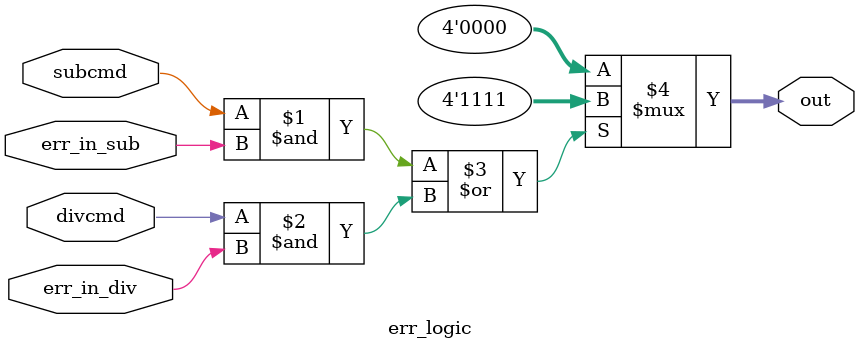
<source format=v>
`timescale 1ns / 1ps
module err_logic(
    input err_in_sub,
    input err_in_div,
    input subcmd,
	 input divcmd,
    output [3:0] out
    );

assign out = ((subcmd & err_in_sub) | (divcmd & err_in_div)) ? 4'b1111 : 4'b0000;

endmodule
</source>
